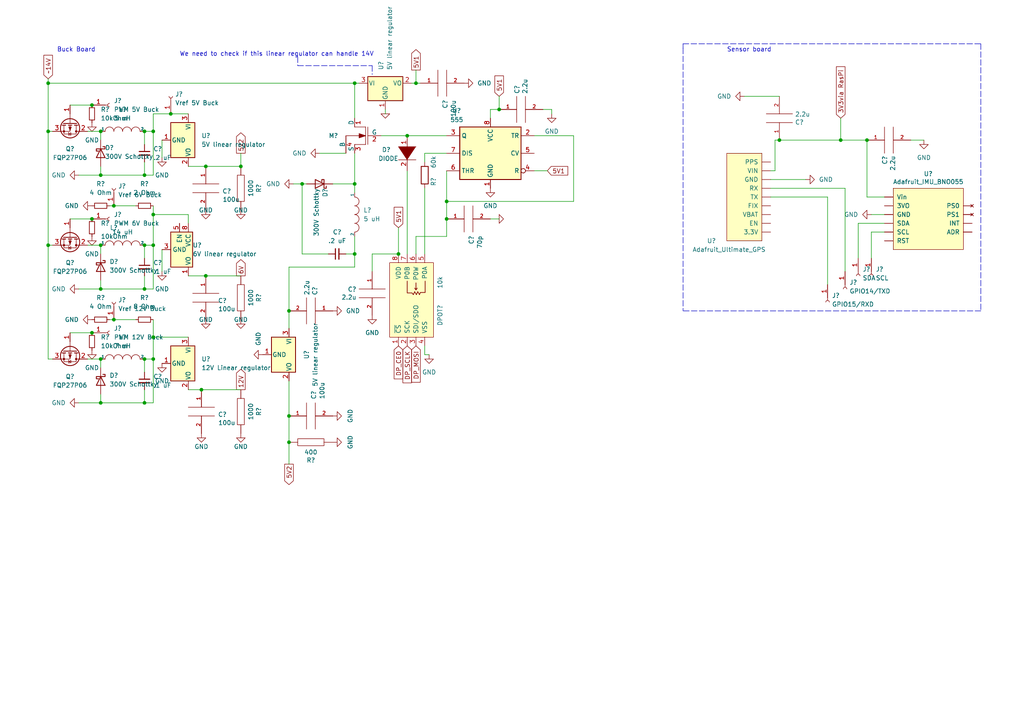
<source format=kicad_sch>
(kicad_sch (version 20211123) (generator eeschema)
  (paper "A4")
  (lib_symbols
    (symbol "Connector:Conn_01x01_Female" (pin_names (offset 1.016) hide)
      (property "Reference" "J" (at 0 2.54 0))
      (property "Value" "Conn_01x01_Female" (at 0 -2.54 0))
      (symbol "Conn_01x01_Female_1_1"
        (polyline (pts (xy -1.27 0) (xy -0.508 0)) (stroke (width 0.1524)))
        (arc (start 0 0.508) (mid -0.508 0) (end 0 -0.508) (stroke (width 0.1524)))
        (pin passive line (at -5.08 0 0) (length 3.81) (name "Pin_1") (number "1"))
      )
    )
    (symbol "Device:C_Small" (pin_numbers hide) (pin_names (offset 0.254) hide)
      (property "Reference" "C" (at 0.254 1.778 0))
      (property "Value" "C_Small" (at 0.254 -2.032 0))
      (symbol "C_Small_0_1"
        (polyline (pts (xy -1.524 -0.508) (xy 1.524 -0.508)) (stroke (width 0.3302)))
        (polyline (pts (xy -1.524 0.508) (xy 1.524 0.508)) (stroke (width 0.3048)))
      )
      (symbol "C_Small_1_1"
        (pin passive line (at 0 2.54 270) (length 2.032) (name "~") (number "1"))
        (pin passive line (at 0 -2.54 90) (length 2.032) (name "~") (number "2"))
      )
    )
    (symbol "Device:D_Schottky" (pin_numbers hide) (pin_names (offset 1.016) hide)
      (property "Reference" "D" (at 0 2.54 0))
      (property "Value" "D_Schottky" (at 0 -2.54 0))
      (symbol "D_Schottky_0_1"
        (polyline (pts (xy 1.27 0) (xy -1.27 0)))
        (polyline (pts (xy 1.27 1.27) (xy 1.27 -1.27) (xy -1.27 0) (xy 1.27 1.27)) (stroke (width 0.254)))
        (polyline (pts (xy -1.905 0.635) (xy -1.905 1.27) (xy -1.27 1.27) (xy -1.27 -1.27) (xy -0.635 -1.27) (xy -0.635 -0.635)) (stroke (width 0.254)))
      )
      (symbol "D_Schottky_1_1"
        (pin passive line (at -3.81 0 0) (length 2.54) (name "K") (number "1"))
        (pin passive line (at 3.81 0 180) (length 2.54) (name "A") (number "2"))
      )
    )
    (symbol "Device:R" (pin_numbers hide) (pin_names (offset 0))
      (property "Reference" "R" (at 2.032 0 90))
      (property "Value" "R" (at 0 0 90))
      (symbol "R_0_1"
        (rectangle (start -1.016 -2.54) (end 1.016 2.54) (stroke (width 0.254)))
      )
      (symbol "R_1_1"
        (pin passive line (at 0 3.81 270) (length 1.27) (name "~") (number "1"))
        (pin passive line (at 0 -3.81 90) (length 1.27) (name "~") (number "2"))
      )
    )
    (symbol "Device:R_Small" (pin_numbers hide) (pin_names (offset 0.254) hide)
      (property "Reference" "R" (at 0.762 0.508 0))
      (property "Value" "R_Small" (at 0.762 -1.016 0))
      (symbol "R_Small_0_1"
        (rectangle (start -0.762 1.778) (end 0.762 -1.778) (stroke (width 0.2032)))
      )
      (symbol "R_Small_1_1"
        (pin passive line (at 0 2.54 270) (length 0.762) (name "~") (number "1"))
        (pin passive line (at 0 -2.54 90) (length 0.762) (name "~") (number "2"))
      )
    )
    (symbol "Drone-Circuit-rescue:Adafruit_IMU_BNO055-Project_Library" (pin_names (offset 1.016))
      (property "Reference" "U" (at -10.16 10.16 0))
      (property "Value" "Adafruit_IMU_BNO055-Project_Library" (at 0 -11.43 0))
      (symbol "Adafruit_IMU_BNO055-Project_Library_0_1"
        (rectangle (start -10.16 8.89) (end 10.16 -8.89) (fill (type background)))
      )
      (symbol "Adafruit_IMU_BNO055-Project_Library_1_1"
        (pin power_out line (at -12.7 3.81 0) (length 2.54) (name "3VO") (number "~"))
        (pin input line (at 12.7 -3.81 180) (length 2.54) (name "ADR") (number "~"))
        (pin power_in line (at -12.7 1.27 0) (length 2.54) (name "GND") (number "~"))
        (pin output line (at 12.7 -1.27 180) (length 2.54) (name "INT") (number "~"))
        (pin no_connect line (at 12.7 3.81 180) (length 2.54) (name "PS0") (number "~"))
        (pin no_connect line (at 12.7 1.27 180) (length 2.54) (name "PS1") (number "~"))
        (pin unspecified line (at -12.7 -6.35 0) (length 2.54) (name "RST") (number "~"))
        (pin unspecified line (at -12.7 -3.81 0) (length 2.54) (name "SCL") (number "~"))
        (pin unspecified line (at -12.7 -1.27 0) (length 2.54) (name "SDA") (number "~"))
        (pin power_in line (at -12.7 6.35 0) (length 2.54) (name "Vin") (number "~"))
      )
    )
    (symbol "Drone-Circuit-rescue:Adafruit_Ultimate_GPS-Project_Library" (pin_names (offset 1.016))
      (property "Reference" "U" (at -5.08 13.97 0))
      (property "Value" "Adafruit_Ultimate_GPS-Project_Library" (at 0 -15.24 0))
      (symbol "Adafruit_Ultimate_GPS-Project_Library_0_1"
        (rectangle (start -5.08 12.7) (end 5.08 -12.7) (fill (type background)))
      )
      (symbol "Adafruit_Ultimate_GPS-Project_Library_1_1"
        (pin power_out line (at -7.62 10.16 0) (length 2.54) (name "3.3V") (number "~"))
        (pin unspecified line (at -7.62 7.62 0) (length 2.54) (name "EN") (number "~"))
        (pin output line (at -7.62 2.54 0) (length 2.54) (name "FIX") (number "~"))
        (pin power_in line (at -7.62 -5.08 0) (length 2.54) (name "GND") (number "~"))
        (pin output line (at -7.62 -10.16 0) (length 2.54) (name "PPS") (number "~"))
        (pin input line (at -7.62 -2.54 0) (length 2.54) (name "RX") (number "~"))
        (pin output line (at -7.62 0 0) (length 2.54) (name "TX") (number "~"))
        (pin power_in line (at -7.62 5.08 0) (length 2.54) (name "VBAT") (number "~"))
        (pin power_in line (at -7.62 -7.62 0) (length 2.54) (name "VIN") (number "~"))
      )
    )
    (symbol "Drone-Circuit-rescue:Digital_Pot-Project_Library" (pin_names (offset 1.016))
      (property "Reference" "DPOT" (at 0 7.62 0))
      (property "Value" "Digital_Pot-Project_Library" (at 0 -7.62 0))
      (symbol "Digital_Pot-Project_Library_0_1"
        (rectangle (start -5.08 6.35) (end 16.51 -6.35) (stroke (width 0.1524)) (fill (type background)))
        (polyline (pts (xy 8.636 -1.27) (xy 9.144 -1.651)) (stroke (width 0.2032)))
        (polyline (pts (xy 10.668 -1.27) (xy 8.636 -1.27) (xy 9.144 -0.889)) (stroke (width 0.2032)))
        (polyline (pts (xy 11.176 1.27) (xy 7.747 1.27) (xy 7.747 -0.127) (xy 7.239 -0.508) (xy 8.128 -0.889) (xy 7.239 -1.397) (xy 8.128 -1.778) (xy 7.239 -2.286) (xy 7.874 -2.54) (xy 7.874 -3.937) (xy 11.176 -3.937)) (stroke (width 0.2032)))
      )
      (symbol "Digital_Pot-Project_Library_1_1"
        (pin input line (at -7.62 3.81 0) (length 2.54) (name "~{CS}") (number "1"))
        (pin input line (at -7.62 1.27 0) (length 2.54) (name "SCK") (number "2"))
        (pin input line (at -7.62 -1.27 0) (length 2.54) (name "SDI/SDO") (number "3"))
        (pin power_in line (at -7.62 -3.81 0) (length 2.54) (name "VSS") (number "4"))
        (pin passive line (at 19.05 -3.81 180) (length 2.54) (name "P0A") (number "5"))
        (pin passive line (at 19.05 -1.27 180) (length 2.54) (name "P0W") (number "6"))
        (pin passive line (at 19.05 1.27 180) (length 2.54) (name "P0B") (number "7"))
        (pin power_in line (at 19.05 3.81 180) (length 2.54) (name "VDD") (number "8"))
      )
    )
    (symbol "Regulator_Linear:AMS1117-5.0" (pin_names (offset 0.254))
      (property "Reference" "U" (at -3.81 3.175 0))
      (property "Value" "AMS1117-5.0" (at 0 3.175 0))
      (symbol "AMS1117-5.0_0_1"
        (rectangle (start -5.08 -5.08) (end 5.08 1.905) (stroke (width 0.254)) (fill (type background)))
      )
      (symbol "AMS1117-5.0_1_1"
        (pin power_in line (at 0 -7.62 90) (length 2.54) (name "GND") (number "1"))
        (pin power_out line (at 7.62 0 180) (length 2.54) (name "VO") (number "2"))
        (pin power_in line (at -7.62 0 0) (length 2.54) (name "VI") (number "3"))
      )
    )
    (symbol "Regulator_Linear:AZ1084-1.2" (pin_names (offset 0.254))
      (property "Reference" "U" (at -3.81 3.175 0))
      (property "Value" "AZ1084-1.2" (at 0 3.175 0))
      (symbol "AZ1084-1.2_0_1"
        (rectangle (start -5.08 1.905) (end 5.08 -5.08) (stroke (width 0.254)) (fill (type background)))
      )
      (symbol "AZ1084-1.2_1_1"
        (pin power_in line (at 0 -7.62 90) (length 2.54) (name "GND") (number "1"))
        (pin power_out line (at 7.62 0 180) (length 2.54) (name "VO") (number "2"))
        (pin power_in line (at -7.62 0 0) (length 2.54) (name "VI") (number "3"))
      )
    )
    (symbol "Regulator_Linear:BD60FC0WEFJ"
      (property "Reference" "U" (at 0 7.62 0))
      (property "Value" "BD60FC0WEFJ" (at 0 5.08 0))
      (symbol "BD60FC0WEFJ_1_1"
        (rectangle (start -5.08 -5.08) (end 5.08 1.27) (stroke (width 0.254)) (fill (type background)))
        (pin power_out line (at 7.62 0 180) (length 2.54) (name "VO") (number "1"))
        (pin no_connect line (at 5.08 -2.54 180) (length 2.54) hide (name "NC") (number "2"))
        (pin power_in line (at 0 -7.62 90) (length 2.54) (name "GND") (number "3"))
        (pin no_connect line (at -3.81 -5.08 90) (length 2.54) hide (name "NC") (number "4"))
        (pin input line (at -7.62 -2.54 0) (length 2.54) (name "EN") (number "5"))
        (pin no_connect line (at -2.54 -5.08 90) (length 2.54) hide (name "NC") (number "6"))
        (pin no_connect line (at -1.27 -5.08 90) (length 2.54) hide (name "NC") (number "7"))
        (pin power_in line (at -7.62 0 0) (length 2.54) (name "VCC") (number "8"))
        (pin passive line (at 0 -7.62 90) (length 2.54) hide (name "GND") (number "9"))
      )
    )
    (symbol "Timer:LM555xM"
      (property "Reference" "U" (at -10.16 8.89 0))
      (property "Value" "LM555xM" (at 2.54 8.89 0))
      (symbol "LM555xM_0_0"
        (pin power_in line (at 0 -10.16 90) (length 2.54) (name "GND") (number "1"))
        (pin power_in line (at 0 10.16 270) (length 2.54) (name "VCC") (number "8"))
      )
      (symbol "LM555xM_0_1"
        (rectangle (start -8.89 -7.62) (end 8.89 7.62) (stroke (width 0.254)) (fill (type background)))
        (rectangle (start -8.89 -7.62) (end 8.89 7.62) (stroke (width 0.254)) (fill (type background)))
      )
      (symbol "LM555xM_1_1"
        (pin input line (at -12.7 5.08 0) (length 3.81) (name "TR") (number "2"))
        (pin output line (at 12.7 5.08 180) (length 3.81) (name "Q") (number "3"))
        (pin input inverted (at -12.7 -5.08 0) (length 3.81) (name "R") (number "4"))
        (pin input line (at -12.7 0 0) (length 3.81) (name "CV") (number "5"))
        (pin input line (at 12.7 -5.08 180) (length 3.81) (name "THR") (number "6"))
        (pin input line (at 12.7 0 180) (length 3.81) (name "DIS") (number "7"))
      )
    )
    (symbol "Transistor_FET:FQP27P06" (pin_names hide)
      (property "Reference" "Q" (at 5.08 1.905 0))
      (property "Value" "FQP27P06" (at 5.08 0 0))
      (symbol "FQP27P06_0_1"
        (polyline (pts (xy 0.254 0) (xy -2.54 0)))
        (polyline (pts (xy 0.254 1.905) (xy 0.254 -1.905)) (stroke (width 0.254)))
        (polyline (pts (xy 0.762 -1.27) (xy 0.762 -2.286)) (stroke (width 0.254)))
        (polyline (pts (xy 0.762 0.508) (xy 0.762 -0.508)) (stroke (width 0.254)))
        (polyline (pts (xy 0.762 2.286) (xy 0.762 1.27)) (stroke (width 0.254)))
        (polyline (pts (xy 2.54 2.54) (xy 2.54 1.778)))
        (polyline (pts (xy 2.54 -2.54) (xy 2.54 0) (xy 0.762 0)))
        (polyline (pts (xy 0.762 1.778) (xy 3.302 1.778) (xy 3.302 -1.778) (xy 0.762 -1.778)))
        (polyline (pts (xy 2.286 0) (xy 1.27 0.381) (xy 1.27 -0.381) (xy 2.286 0)) (fill (type outline)))
        (polyline (pts (xy 2.794 -0.508) (xy 2.921 -0.381) (xy 3.683 -0.381) (xy 3.81 -0.254)))
        (polyline (pts (xy 3.302 -0.381) (xy 2.921 0.254) (xy 3.683 0.254) (xy 3.302 -0.381)))
        (circle (center 1.651 0) (radius 2.794) (stroke (width 0.254)))
        (circle (center 2.54 -1.778) (radius 0.254) (fill (type outline)))
        (circle (center 2.54 1.778) (radius 0.254) (fill (type outline)))
      )
      (symbol "FQP27P06_1_1"
        (pin input line (at -5.08 0 0) (length 2.54) (name "G") (number "1"))
        (pin passive line (at 2.54 5.08 270) (length 2.54) (name "D") (number "2"))
        (pin passive line (at 2.54 -5.08 90) (length 2.54) (name "S") (number "3"))
      )
    )
    (symbol "power:GND" (power) (pin_names (offset 0))
      (property "Value" "GND" (at 0 -3.81 0))
      (symbol "GND_0_1"
        (polyline (pts (xy 0 0) (xy 0 -1.27) (xy 1.27 -1.27) (xy 0 -2.54) (xy -1.27 -1.27) (xy 0 -1.27)))
      )
      (symbol "GND_1_1"
        (pin power_in line (at 0 0 270) (length 0) hide (name "GND") (number "1"))
      )
    )
    (symbol "pspice:0" (power) (pin_names (offset 0))
      (property "Value" "0" (at 0 -1.778 0))
      (symbol "0_0_1"
        (polyline (pts (xy -1.27 0) (xy 0 -1.27) (xy 1.27 0) (xy -1.27 0)))
      )
      (symbol "0_1_1"
        (pin power_in line (at 0 0 0) (length 0) hide (name "0") (number "1"))
      )
    )
    (symbol "pspice:CAP" (pin_names (offset 0.254))
      (property "Reference" "C" (at 2.54 3.81 90))
      (property "Value" "CAP" (at 2.54 -3.81 90))
      (symbol "CAP_0_1"
        (polyline (pts (xy -3.81 -1.27) (xy 3.81 -1.27)))
        (polyline (pts (xy -3.81 1.27) (xy 3.81 1.27)))
      )
      (symbol "CAP_1_1"
        (pin passive line (at 0 6.35 270) (length 5.08) (name "~") (number "1"))
        (pin passive line (at 0 -6.35 90) (length 5.08) (name "~") (number "2"))
      )
    )
    (symbol "pspice:DIODE" (pin_names (offset 1.016) hide)
      (property "Reference" "D" (at 0 3.81 0))
      (property "Value" "DIODE" (at 0 -4.445 0))
      (symbol "DIODE_0_1"
        (polyline (pts (xy 1.905 2.54) (xy 1.905 -2.54)))
        (polyline (pts (xy -1.905 2.54) (xy -1.905 -2.54) (xy 1.905 0)) (fill (type outline)))
      )
      (symbol "DIODE_1_1"
        (pin input line (at -5.08 0 0) (length 3.81) (name "K") (number "1"))
        (pin input line (at 5.08 0 180) (length 3.81) (name "A") (number "2"))
      )
    )
    (symbol "pspice:INDUCTOR" (pin_numbers hide) (pin_names (offset 0))
      (property "Reference" "L" (at 0 2.54 0))
      (property "Value" "INDUCTOR" (at 0 -1.27 0))
      (symbol "INDUCTOR_0_1"
        (arc (start -2.54 0) (mid -3.81 1.27) (end -5.08 0))
        (arc (start 0 0) (mid -1.27 1.27) (end -2.54 0))
        (arc (start 2.54 0) (mid 1.27 1.27) (end 0 0))
        (arc (start 5.08 0) (mid 3.81 1.27) (end 2.54 0))
      )
      (symbol "INDUCTOR_1_1"
        (pin input line (at -6.35 0 0) (length 1.27) (name "1") (number "1"))
        (pin input line (at 6.35 0 180) (length 1.27) (name "2") (number "2"))
      )
    )
    (symbol "pspice:MNMOS" (pin_names (offset 0))
      (property "Reference" "M" (at 7.62 1.27 0))
      (property "Value" "MNMOS" (at 7.62 -1.27 0))
      (symbol "MNMOS_0_1"
        (polyline (pts (xy -1.27 -2.54) (xy -1.27 2.54)))
        (polyline (pts (xy -0.635 -2.54) (xy 2.54 -2.54)))
        (polyline (pts (xy 2.54 2.54) (xy -0.635 2.54)))
        (polyline (pts (xy 5.08 0) (xy -0.635 0)))
        (polyline (pts (xy -0.635 0) (xy 1.27 0.635) (xy 1.27 -0.635) (xy -0.635 0)) (fill (type outline)))
      )
      (symbol "MNMOS_1_1"
        (polyline (pts (xy -0.635 -2.54) (xy -0.635 2.54)))
        (pin passive line (at 2.54 5.08 270) (length 2.54) (name "D") (number "1"))
        (pin input line (at -5.08 0 0) (length 3.81) (name "G") (number "2"))
        (pin passive line (at 2.54 -5.08 90) (length 2.54) (name "S") (number "3"))
        (pin input line (at 5.08 -5.08 90) (length 5.08) (name "B") (number "4"))
      )
    )
    (symbol "pspice:R" (pin_numbers hide) (pin_names (offset 0))
      (property "Reference" "R" (at 2.032 0 90))
      (property "Value" "R" (at 0 0 90))
      (symbol "R_0_1"
        (rectangle (start -1.016 3.81) (end 1.016 -3.81))
      )
      (symbol "R_1_1"
        (pin passive line (at 0 6.35 270) (length 2.54) (name "~") (number "1"))
        (pin passive line (at 0 -6.35 90) (length 2.54) (name "~") (number "2"))
      )
    )
  )
  (junction (at 226.06 40.64))
  (junction (at 58.42 113.03))
  (junction (at 13.97 71.12))
  (junction (at 44.45 97.79))
  (junction (at 83.82 128.27))
  (junction (at 129.54 58.42))
  (junction (at 29.21 83.82))
  (junction (at 29.21 50.8))
  (junction (at 41.91 83.82))
  (junction (at 83.82 90.17))
  (junction (at 102.87 73.66))
  (junction (at 26.67 30.48))
  (junction (at 87.63 53.34))
  (junction (at 129.54 63.5))
  (junction (at 41.91 71.12))
  (junction (at 120.65 24.13))
  (junction (at 83.82 120.65))
  (junction (at 41.91 116.84))
  (junction (at 26.67 96.52))
  (junction (at 44.45 38.1))
  (junction (at 115.57 73.66))
  (junction (at 33.02 92.71))
  (junction (at 144.78 31.75))
  (junction (at 251.46 40.64))
  (junction (at 26.67 63.5))
  (junction (at 49.53 33.02))
  (junction (at 243.84 40.64))
  (junction (at 29.21 38.1))
  (junction (at 33.02 59.69))
  (junction (at 59.69 80.01))
  (junction (at 102.87 24.13))
  (junction (at 41.91 50.8))
  (junction (at 41.91 104.14))
  (junction (at 44.45 104.14))
  (junction (at 29.21 104.14))
  (junction (at 29.21 71.12))
  (junction (at 29.21 116.84))
  (junction (at 118.11 39.37))
  (junction (at 13.97 38.1))
  (junction (at 44.45 71.12))
  (junction (at 69.85 48.26))
  (junction (at 44.45 62.23))
  (junction (at 13.97 24.13))
  (junction (at 59.69 48.26))
  (junction (at 41.91 38.1))
  (junction (at 102.87 53.34))
  (wire (pts (xy 102.87 68.58) (xy 102.87 73.66)))
  (wire (pts (xy 59.69 80.01) (xy 69.85 80.01)))
  (wire (pts (xy 256.54 67.31) (xy 252.73 67.31)))
  (wire (pts (xy 144.78 31.75) (xy 142.24 31.75)))
  (wire (pts (xy 245.11 54.61) (xy 245.11 78.74)))
  (wire (pts (xy 85.09 53.34) (xy 87.63 53.34)))
  (wire (pts (xy 29.21 48.26) (xy 29.21 50.8)))
  (wire (pts (xy 13.97 24.13) (xy 13.97 38.1)))
  (wire (pts (xy 240.03 57.15) (xy 240.03 82.55)))
  (wire (pts (xy 29.21 50.8) (xy 41.91 50.8)))
  (wire (pts (xy 224.79 49.53) (xy 223.52 49.53)))
  (wire (pts (xy 83.82 134.62) (xy 83.82 128.27)))
  (wire (pts (xy 44.45 71.12) (xy 44.45 83.82)))
  (wire (pts (xy 92.71 44.45) (xy 100.33 44.45)))
  (wire (pts (xy 119.38 24.13) (xy 120.65 24.13)))
  (wire (pts (xy 29.21 81.28) (xy 29.21 83.82)))
  (wire (pts (xy 248.92 64.77) (xy 248.92 74.93)))
  (wire (pts (xy 33.02 59.69) (xy 39.37 59.69)))
  (wire (pts (xy 44.45 62.23) (xy 44.45 59.69)))
  (wire (pts (xy 142.24 31.75) (xy 142.24 34.29)))
  (wire (pts (xy 41.91 71.12) (xy 41.91 74.93)))
  (wire (pts (xy 26.67 96.52) (xy 20.32 96.52)))
  (wire (pts (xy 83.82 77.47) (xy 102.87 77.47)))
  (wire (pts (xy 166.37 58.42) (xy 129.54 58.42)))
  (wire (pts (xy 44.45 97.79) (xy 44.45 92.71)))
  (wire (pts (xy 223.52 57.15) (xy 240.03 57.15)))
  (wire (pts (xy 33.02 92.71) (xy 39.37 92.71)))
  (wire (pts (xy 41.91 38.1) (xy 44.45 38.1)))
  (wire (pts (xy 102.87 24.13) (xy 104.14 24.13)))
  (wire (pts (xy 44.45 38.1) (xy 44.45 33.02)))
  (wire (pts (xy 83.82 120.65) (xy 83.82 110.49)))
  (wire (pts (xy 129.54 58.42) (xy 129.54 63.5)))
  (wire (pts (xy 44.45 97.79) (xy 54.61 97.79)))
  (polyline (pts (xy 284.48 90.17) (xy 198.12 90.17)))
  (wire (pts (xy 83.82 90.17) (xy 83.82 95.25)))
  (wire (pts (xy 41.91 83.82) (xy 41.91 80.01)))
  (wire (pts (xy 129.54 49.53) (xy 129.54 58.42)))
  (wire (pts (xy 110.49 39.37) (xy 118.11 39.37)))
  (wire (pts (xy 87.63 53.34) (xy 87.63 73.66)))
  (wire (pts (xy 44.45 50.8) (xy 41.91 50.8)))
  (polyline (pts (xy 107.95 19.05) (xy 107.95 21.59)))
  (wire (pts (xy 29.21 104.14) (xy 29.21 106.68)))
  (wire (pts (xy 120.65 68.58) (xy 120.65 73.66)))
  (wire (pts (xy 87.63 73.66) (xy 95.25 73.66)))
  (wire (pts (xy 120.65 24.13) (xy 121.92 24.13)))
  (wire (pts (xy 129.54 63.5) (xy 129.54 68.58)))
  (wire (pts (xy 41.91 104.14) (xy 41.91 107.95)))
  (wire (pts (xy 54.61 113.03) (xy 58.42 113.03)))
  (wire (pts (xy 46.99 78.74) (xy 46.99 72.39)))
  (wire (pts (xy 20.32 30.48) (xy 26.67 30.48)))
  (wire (pts (xy 154.94 39.37) (xy 166.37 39.37)))
  (wire (pts (xy 118.11 39.37) (xy 129.54 39.37)))
  (wire (pts (xy 115.57 73.66) (xy 107.95 73.66)))
  (wire (pts (xy 243.84 34.29) (xy 243.84 40.64)))
  (wire (pts (xy 25.4 71.12) (xy 29.21 71.12)))
  (wire (pts (xy 226.06 40.64) (xy 243.84 40.64)))
  (wire (pts (xy 46.99 40.64) (xy 46.99 45.72)))
  (polyline (pts (xy 86.36 19.05) (xy 107.95 19.05)))
  (wire (pts (xy 233.68 52.07) (xy 223.52 52.07)))
  (wire (pts (xy 96.52 53.34) (xy 102.87 53.34)))
  (wire (pts (xy 226.06 40.64) (xy 224.79 40.64)))
  (wire (pts (xy 243.84 40.64) (xy 251.46 40.64)))
  (wire (pts (xy 256.54 64.77) (xy 248.92 64.77)))
  (wire (pts (xy 22.86 50.8) (xy 29.21 50.8)))
  (wire (pts (xy 13.97 22.86) (xy 13.97 24.13)))
  (wire (pts (xy 123.19 73.66) (xy 123.19 54.61)))
  (wire (pts (xy 13.97 38.1) (xy 13.97 71.12)))
  (wire (pts (xy 49.53 33.02) (xy 54.61 33.02)))
  (wire (pts (xy 107.95 73.66) (xy 107.95 78.74)))
  (wire (pts (xy 102.87 53.34) (xy 102.87 55.88)))
  (wire (pts (xy 44.45 62.23) (xy 44.45 71.12)))
  (wire (pts (xy 102.87 73.66) (xy 102.87 77.47)))
  (wire (pts (xy 25.4 38.1) (xy 29.21 38.1)))
  (wire (pts (xy 44.45 33.02) (xy 49.53 33.02)))
  (wire (pts (xy 29.21 38.1) (xy 29.21 40.64)))
  (wire (pts (xy 29.21 71.12) (xy 29.21 73.66)))
  (polyline (pts (xy 198.12 13.97) (xy 198.12 90.17)))
  (wire (pts (xy 13.97 104.14) (xy 15.24 104.14)))
  (wire (pts (xy 41.91 104.14) (xy 44.45 104.14)))
  (wire (pts (xy 251.46 40.64) (xy 251.46 57.15)))
  (wire (pts (xy 111.76 33.02) (xy 111.76 31.75)))
  (wire (pts (xy 58.42 113.03) (xy 69.85 113.03)))
  (polyline (pts (xy 198.12 13.97) (xy 198.12 12.7)))
  (wire (pts (xy 154.94 49.53) (xy 158.75 49.53)))
  (wire (pts (xy 44.45 104.14) (xy 44.45 116.84)))
  (wire (pts (xy 13.97 38.1) (xy 15.24 38.1)))
  (wire (pts (xy 144.78 27.94) (xy 144.78 31.75)))
  (wire (pts (xy 54.61 80.01) (xy 59.69 80.01)))
  (wire (pts (xy 29.21 114.3) (xy 29.21 116.84)))
  (wire (pts (xy 120.65 20.32) (xy 120.65 24.13)))
  (wire (pts (xy 26.67 63.5) (xy 20.32 63.5)))
  (wire (pts (xy 44.45 104.14) (xy 44.45 97.79)))
  (wire (pts (xy 31.75 92.71) (xy 33.02 92.71)))
  (wire (pts (xy 264.16 40.64) (xy 267.97 40.64)))
  (wire (pts (xy 83.82 128.27) (xy 83.82 120.65)))
  (wire (pts (xy 252.73 62.23) (xy 256.54 62.23)))
  (wire (pts (xy 88.9 53.34) (xy 87.63 53.34)))
  (wire (pts (xy 69.85 48.26) (xy 69.85 44.45)))
  (wire (pts (xy 13.97 71.12) (xy 15.24 71.12)))
  (wire (pts (xy 102.87 73.66) (xy 100.33 73.66)))
  (wire (pts (xy 29.21 83.82) (xy 41.91 83.82)))
  (wire (pts (xy 29.21 116.84) (xy 41.91 116.84)))
  (wire (pts (xy 41.91 71.12) (xy 44.45 71.12)))
  (wire (pts (xy 251.46 57.15) (xy 256.54 57.15)))
  (wire (pts (xy 13.97 71.12) (xy 13.97 104.14)))
  (wire (pts (xy 129.54 44.45) (xy 123.19 44.45)))
  (polyline (pts (xy 86.36 16.51) (xy 86.36 19.05)))
  (wire (pts (xy 118.11 49.53) (xy 118.11 73.66)))
  (wire (pts (xy 41.91 46.99) (xy 41.91 50.8)))
  (polyline (pts (xy 284.48 12.7) (xy 284.48 90.17)))
  (wire (pts (xy 252.73 67.31) (xy 252.73 74.93)))
  (wire (pts (xy 115.57 66.04) (xy 115.57 73.66)))
  (wire (pts (xy 215.9 27.94) (xy 226.06 27.94)))
  (wire (pts (xy 129.54 68.58) (xy 120.65 68.58)))
  (wire (pts (xy 41.91 83.82) (xy 44.45 83.82)))
  (wire (pts (xy 142.24 63.5) (xy 144.78 63.5)))
  (wire (pts (xy 59.69 48.26) (xy 69.85 48.26)))
  (wire (pts (xy 123.19 102.87) (xy 124.46 102.87)))
  (wire (pts (xy 223.52 54.61) (xy 245.11 54.61)))
  (wire (pts (xy 102.87 24.13) (xy 102.87 34.29)))
  (wire (pts (xy 160.02 31.75) (xy 160.02 33.02)))
  (wire (pts (xy 44.45 116.84) (xy 41.91 116.84)))
  (wire (pts (xy 13.97 24.13) (xy 102.87 24.13)))
  (wire (pts (xy 102.87 44.45) (xy 102.87 53.34)))
  (wire (pts (xy 166.37 39.37) (xy 166.37 58.42)))
  (polyline (pts (xy 198.12 12.7) (xy 284.48 12.7)))
  (wire (pts (xy 157.48 31.75) (xy 160.02 31.75)))
  (wire (pts (xy 41.91 38.1) (xy 41.91 41.91)))
  (wire (pts (xy 54.61 64.77) (xy 54.61 62.23)))
  (wire (pts (xy 83.82 77.47) (xy 83.82 90.17)))
  (wire (pts (xy 44.45 38.1) (xy 44.45 50.8)))
  (wire (pts (xy 29.21 104.14) (xy 25.4 104.14)))
  (wire (pts (xy 44.45 62.23) (xy 54.61 62.23)))
  (wire (pts (xy 123.19 44.45) (xy 123.19 46.99)))
  (wire (pts (xy 22.86 116.84) (xy 29.21 116.84)))
  (wire (pts (xy 224.79 40.64) (xy 224.79 49.53)))
  (wire (pts (xy 31.75 59.69) (xy 33.02 59.69)))
  (wire (pts (xy 123.19 100.33) (xy 123.19 102.87)))
  (wire (pts (xy 22.86 83.82) (xy 29.21 83.82)))
  (wire (pts (xy 41.91 116.84) (xy 41.91 113.03)))
  (wire (pts (xy 54.61 48.26) (xy 59.69 48.26)))
  (text "Buck Board" (at 16.51 15.24 0) (effects (font (size 1.27 1.27)) (justify left bottom)))
  (text "We need to check if this linear regulator can handle 14V" (at 52.07 16.51 0) (effects (font (size 1.27 1.27)) (justify left bottom)))
  (text "Sensor board" (at 210.82 15.24 0) (effects (font (size 1.27 1.27)) (justify left bottom)))
  (global_label "DP_MOSI" (shape input) (at 120.65 100.33 270) (property "Intersheet References" "${INTERSHEET_REFS}" (effects hide)))
  (global_label "5V1" (shape output) (at 120.65 20.32 90) (property "Intersheet References" "${INTERSHEET_REFS}" (effects hide)))
  (global_label "5V2" (shape output) (at 83.82 134.62 270) (property "Intersheet References" "${INTERSHEET_REFS}" (effects hide)))
  (global_label "DP_SCLK" (shape input) (at 118.11 100.33 270) (property "Intersheet References" "${INTERSHEET_REFS}" (effects hide)))
  (global_label "5V1" (shape input) (at 115.57 66.04 90) (property "Intersheet References" "${INTERSHEET_REFS}" (effects hide)))
  (global_label "6V" (shape output) (at 69.85 80.01 90) (property "Intersheet References" "${INTERSHEET_REFS}" (effects hide)))
  (global_label "5V2" (shape output) (at 69.85 44.45 90) (property "Intersheet References" "${INTERSHEET_REFS}" (effects hide)))
  (global_label "5V1" (shape input) (at 144.78 27.94 90) (property "Intersheet References" "${INTERSHEET_REFS}" (effects hide)))
  (global_label "~14V" (shape input) (at 13.97 22.86 90) (property "Intersheet References" "${INTERSHEET_REFS}" (effects hide)))
  (global_label "5V1" (shape input) (at 158.75 49.53 0) (property "Intersheet References" "${INTERSHEET_REFS}" (effects hide)))
  (global_label "12V" (shape output) (at 69.85 113.03 90) (property "Intersheet References" "${INTERSHEET_REFS}" (effects hide)))
  (global_label "3V3via RasPi" (shape input) (at 243.84 34.29 90) (property "Intersheet References" "${INTERSHEET_REFS}" (effects hide)))
  (global_label "DP_CE0" (shape input) (at 115.57 100.33 270) (property "Intersheet References" "${INTERSHEET_REFS}" (effects hide)))
  (symbol (lib_id "Connector:Conn_01x01_Female") (at 245.11 83.82 270) (unit 1)
    (property "Reference" "J?" (at 246.38 81.9149 90) (effects (justify left)))
    (property "Value" "GPIO14/TXD" (at 246.38 84.4549 90) (effects (justify left)))
  )
  (symbol (lib_id "Device:D_Schottky") (at 29.21 77.47 270) (unit 1)
    (property "Reference" "D?" (at 31.75 75.8824 90) (effects (justify left)))
    (property "Value" "300V Schottky" (at 31.75 78.4224 90) (effects (justify left)))
  )
  (symbol (lib_id "power:GND") (at 22.86 83.82 270) (unit 1)
    (property "Reference" "#PWR?" (effects hide))
    (property "Value" "GND" (at 19.05 83.8199 90) (effects (justify right)))
  )
  (symbol (lib_id "pspice:DIODE") (at 118.11 44.45 270) (unit 1)
    (property "Reference" "D?" (at 110.744 43.434 90) (effects (justify left)))
    (property "Value" "DIODE" (at 109.728 45.974 90) (effects (justify left)))
  )
  (symbol (lib_id "Connector:Conn_01x01_Female") (at 49.53 27.94 90) (unit 1)
    (property "Reference" "J?" (at 50.8 27.3049 90) (effects (justify right)))
    (property "Value" "Vref 5V Buck" (at 50.8 29.8449 90) (effects (justify right)))
  )
  (symbol (lib_id "pspice:CAP") (at 59.69 86.36 0) (unit 1)
    (property "Reference" "C?" (at 63.2206 87.1982 0) (effects (justify left)))
    (property "Value" "100u" (at 63.2714 89.6112 0) (effects (justify left)))
    (property "Datasheet" "https://www.digikey.com/en/products/detail/panasonic-electronic-components/EEE-FK1C101SR/7666555" (effects hide))
  )
  (symbol (lib_id "pspice:0") (at 144.78 63.5 90) (mirror x) (unit 1)
    (property "Reference" "#GND?" (effects hide))
    (property "Value" "0" (effects hide))
  )
  (symbol (lib_id "power:GND") (at 59.69 92.71 0) (unit 1)
    (property "Reference" "#PWR?" (effects hide))
    (property "Value" "GND" (at 59.69 92.71 0))
  )
  (symbol (lib_id "Device:R_Small") (at 26.67 99.06 0) (unit 1)
    (property "Reference" "R?" (at 29.21 97.7899 0) (effects (justify left)))
    (property "Value" "10kOhm" (at 29.21 100.3299 0) (effects (justify left)))
  )
  (symbol (lib_id "power:GND") (at 46.99 45.72 0) (unit 1)
    (property "Reference" "#PWR?" (effects hide))
    (property "Value" "GND" (at 46.99 50.8 0))
  )
  (symbol (lib_id "Connector:Conn_01x01_Female") (at 31.75 30.48 0) (unit 1)
    (property "Reference" "J?" (at 33.02 29.2099 0) (effects (justify left)))
    (property "Value" "PWM 5V Buck" (at 33.02 31.7499 0) (effects (justify left)))
  )
  (symbol (lib_id "pspice:R") (at 69.85 119.38 180) (unit 1)
    (property "Reference" "R?" (at 75.057 119.38 90))
    (property "Value" "1000" (at 72.7456 119.38 90))
  )
  (symbol (lib_id "Device:D_Schottky") (at 29.21 110.49 270) (unit 1)
    (property "Reference" "D?" (at 31.75 108.9024 90) (effects (justify left)))
    (property "Value" "300V Schottky" (at 31.75 111.4424 90) (effects (justify left)))
  )
  (symbol (lib_id "power:GND") (at 96.52 90.17 90) (unit 1)
    (property "Reference" "#PWR?" (effects hide))
    (property "Value" "GND" (at 100.33 90.1699 90) (effects (justify right)))
  )
  (symbol (lib_id "pspice:CAP") (at 128.27 24.13 90) (mirror x) (unit 1)
    (property "Reference" "C?" (at 129.1082 28.9306 0) (effects (justify left)))
    (property "Value" "100u" (at 131.5212 28.9814 0) (effects (justify left)))
    (property "Datasheet" "https://www.digikey.com/en/products/detail/panasonic-electronic-components/EEE-FK1C101SR/7666555" (effects hide))
  )
  (symbol (lib_id "power:GND") (at 26.67 92.71 270) (unit 1)
    (property "Reference" "#PWR?" (effects hide))
    (property "Value" "GND" (at 22.86 92.7099 90) (effects (justify right)))
  )
  (symbol (lib_id "power:GND") (at 142.24 54.61 0) (unit 1)
    (property "Reference" "#PWR?" (effects hide))
    (property "Value" "GND" (at 142.24 59.69 0))
  )
  (symbol (lib_id "power:GND") (at 69.85 125.73 0) (unit 1)
    (property "Reference" "#PWR?" (effects hide))
    (property "Value" "GND" (at 69.85 129.54 0))
  )
  (symbol (lib_id "Regulator_Linear:AMS1117-5.0") (at 54.61 40.64 270) (unit 1)
    (property "Reference" "U?" (at 58.42 39.3699 90) (effects (justify left)))
    (property "Value" "5V linear regulator" (at 58.42 41.9099 90) (effects (justify left)))
    (property "Footprint" "Package_TO_SOT_SMD:SOT-223-3_TabPin2" (effects hide))
    (property "Datasheet" "http://www.advanced-monolithic.com/pdf/ds1117.pdf" (effects hide))
  )
  (symbol (lib_id "Device:R_Small") (at 29.21 92.71 90) (unit 1)
    (property "Reference" "R?" (at 29.21 86.36 90))
    (property "Value" "4 Ohm" (at 29.21 88.9 90))
  )
  (symbol (lib_id "Transistor_FET:FQP27P06") (at 20.32 68.58 270) (unit 1)
    (property "Reference" "Q?" (at 20.32 76.2 90))
    (property "Value" "FQP27P06" (at 20.32 78.74 90))
    (property "Footprint" "Package_TO_SOT_THT:TO-220-3_Vertical" (effects hide))
    (property "Datasheet" "https://www.onsemi.com/pub/Collateral/FQP27P06-D.PDF" (effects hide))
  )
  (symbol (lib_id "Connector:Conn_01x01_Female") (at 33.02 87.63 90) (unit 1)
    (property "Reference" "J?" (at 34.29 86.9949 90) (effects (justify right)))
    (property "Value" "Vref 12V Buck" (at 34.29 89.5349 90) (effects (justify right)))
  )
  (symbol (lib_id "pspice:CAP") (at 90.17 120.65 90) (unit 1)
    (property "Reference" "C?" (at 91.0082 115.8494 0) (effects (justify left)))
    (property "Value" "100u" (at 93.4212 115.7986 0) (effects (justify left)))
    (property "Datasheet" "https://www.digikey.com/en/products/detail/panasonic-electronic-components/EEE-FK1C101SR/7666555" (effects hide))
  )
  (symbol (lib_id "Device:R_Small") (at 26.67 66.04 0) (unit 1)
    (property "Reference" "R?" (at 29.21 64.7699 0) (effects (justify left)))
    (property "Value" "10kOhm" (at 29.21 68.58 0) (effects (justify left)))
  )
  (symbol (lib_id "power:GND") (at 96.52 120.65 90) (unit 1)
    (property "Reference" "#PWR?" (effects hide))
    (property "Value" "GND" (at 101.6 120.65 0))
  )
  (symbol (lib_id "power:GND") (at 26.67 59.69 270) (unit 1)
    (property "Reference" "#PWR?" (effects hide))
    (property "Value" "GND" (at 22.86 59.6899 90) (effects (justify right)))
  )
  (symbol (lib_id "pspice:0") (at 111.76 33.02 0) (mirror y) (unit 1)
    (property "Reference" "#GND?" (effects hide))
    (property "Value" "0" (effects hide))
  )
  (symbol (lib_id "pspice:R") (at 69.85 54.61 180) (unit 1)
    (property "Reference" "R?" (at 75.057 54.61 90))
    (property "Value" "1000" (at 72.7456 54.61 90))
  )
  (symbol (lib_id "pspice:CAP") (at 107.95 85.09 0) (mirror y) (unit 1)
    (property "Reference" "C?" (at 103.4288 83.9216 0) (effects (justify left)))
    (property "Value" "2.2u" (at 103.4288 86.233 0) (effects (justify left)))
    (property "Datasheet" "https://www.digikey.com/en/products/detail/samsung-electro-mechanics/CL31A225KB9LNNC/3890809" (effects hide))
  )
  (symbol (lib_id "power:GND") (at 22.86 50.8 270) (unit 1)
    (property "Reference" "#PWR?" (effects hide))
    (property "Value" "GND" (at 19.05 50.7999 90) (effects (justify right)))
  )
  (symbol (lib_id "power:GND") (at 267.97 40.64 0) (unit 1)
    (property "Reference" "#PWR?" (effects hide))
    (property "Value" "GND" (at 267.97 45.72 0))
  )
  (symbol (lib_id "pspice:INDUCTOR") (at 35.56 71.12 0) (unit 1)
    (property "Reference" "L?" (at 33.02 66.04 0))
    (property "Value" "14 uH" (at 35.56 67.31 0))
  )
  (symbol (lib_id "Device:D_Schottky") (at 29.21 44.45 270) (unit 1)
    (property "Reference" "D?" (at 30.48 42.8624 90) (effects (justify left)))
    (property "Value" "300V Schottky" (at 30.48 45.4024 90) (effects (justify left)))
  )
  (symbol (lib_id "power:GND") (at 92.71 44.45 270) (unit 1)
    (property "Reference" "#PWR?" (effects hide))
    (property "Value" "GND" (at 88.9 44.4499 90) (effects (justify right)))
  )
  (symbol (lib_id "power:GND") (at 85.09 53.34 270) (unit 1)
    (property "Reference" "#PWR?" (effects hide))
    (property "Value" "GND" (at 81.28 53.3399 90) (effects (justify right)))
  )
  (symbol (lib_id "power:GND") (at 46.99 105.41 0) (unit 1)
    (property "Reference" "#PWR?" (effects hide))
    (property "Value" "GND" (at 46.99 110.49 0))
  )
  (symbol (lib_id "power:GND") (at 107.95 91.44 0) (unit 1)
    (property "Reference" "#PWR?" (effects hide))
    (property "Value" "GND" (at 107.95 96.52 0))
  )
  (symbol (lib_id "power:GND") (at 26.67 101.6 0) (unit 1)
    (property "Reference" "#PWR?" (effects hide))
    (property "Value" "GND" (at 26.67 106.68 0))
  )
  (symbol (lib_id "Connector:Conn_01x01_Female") (at 31.75 96.52 0) (unit 1)
    (property "Reference" "J?" (at 33.02 95.2499 0) (effects (justify left)))
    (property "Value" "PWM 12V Buck" (at 33.02 97.7899 0) (effects (justify left)))
  )
  (symbol (lib_id "Drone-Circuit-rescue:Adafruit_IMU_BNO055-Project_Library") (at 269.24 63.5 0) (unit 1)
    (property "Reference" "U?" (at 269.24 50.419 0))
    (property "Value" "Adafruit_IMU_BNO055" (at 269.24 52.7304 0))
  )
  (symbol (lib_id "Device:R_Small") (at 29.21 59.69 90) (unit 1)
    (property "Reference" "R?" (at 29.21 53.34 90))
    (property "Value" "4 Ohm" (at 29.21 55.88 90))
  )
  (symbol (lib_id "power:GND") (at 252.73 62.23 270) (unit 1)
    (property "Reference" "#PWR?" (effects hide))
    (property "Value" "GND" (at 248.92 62.2299 90) (effects (justify right)))
  )
  (symbol (lib_id "Connector:Conn_01x01_Female") (at 240.03 87.63 270) (unit 1)
    (property "Reference" "J?" (at 241.3 85.7249 90) (effects (justify left)))
    (property "Value" "GPIO15/RXD" (at 241.3 88.2649 90) (effects (justify left)))
  )
  (symbol (lib_id "Device:R_Small") (at 41.91 59.69 90) (unit 1)
    (property "Reference" "R?" (at 41.91 53.34 90))
    (property "Value" "2 Ohm" (at 41.91 55.88 90))
  )
  (symbol (lib_id "power:GND") (at 124.46 102.87 0) (unit 1)
    (property "Reference" "#PWR?" (effects hide))
    (property "Value" "GND" (at 124.46 107.95 0))
  )
  (symbol (lib_id "pspice:INDUCTOR") (at 35.56 38.1 0) (unit 1)
    (property "Reference" "L?" (at 35.56 31.75 0))
    (property "Value" "5 uH" (at 35.56 34.29 0))
  )
  (symbol (lib_id "pspice:R") (at 69.85 86.36 180) (unit 1)
    (property "Reference" "R?" (at 75.057 86.36 90))
    (property "Value" "1000" (at 72.7456 86.36 90))
  )
  (symbol (lib_id "pspice:R") (at 90.17 128.27 90) (unit 1)
    (property "Reference" "R?" (at 90.17 133.477 90))
    (property "Value" "400" (at 90.17 131.1656 90))
  )
  (symbol (lib_id "pspice:MNMOS") (at 105.41 39.37 0) (mirror y) (unit 1)
    (property "Reference" "M?" (at 98.0948 39.37 0) (effects (justify left)))
    (property "Value" "NMOS" (effects hide))
    (property "Datasheet" "https://www.digikey.com/en/products/detail/on-semiconductor/NTD4808N-1G/1792949" (effects hide))
  )
  (symbol (lib_id "Regulator_Linear:AZ1084-1.2") (at 54.61 105.41 270) (unit 1)
    (property "Reference" "U?" (at 58.42 104.1399 90) (effects (justify left)))
    (property "Value" "12V Linear regulator" (at 58.42 106.6799 90) (effects (justify left)))
    (property "Datasheet" "https://www.diodes.com/assets/Datasheets/AZ1084.pdf" (effects hide))
  )
  (symbol (lib_id "Device:D_Schottky") (at 92.71 53.34 180) (unit 1)
    (property "Reference" "D?" (at 94.2976 54.61 90) (effects (justify left)))
    (property "Value" "300V Schottky" (at 91.7576 54.61 90) (effects (justify left)))
  )
  (symbol (lib_id "Device:C_Small") (at 41.91 44.45 0) (unit 1)
    (property "Reference" "C?" (at 44.45 43.1862 0) (effects (justify left)))
    (property "Value" ".2 uF" (at 44.45 45.7262 0) (effects (justify left)))
  )
  (symbol (lib_id "Drone-Circuit-rescue:Adafruit_Ultimate_GPS-Project_Library") (at 215.9 57.15 180) (unit 1)
    (property "Reference" "U?" (at 206.375 69.85 0))
    (property "Value" "Adafruit_Ultimate_GPS" (at 211.455 72.39 0))
  )
  (symbol (lib_id "Drone-Circuit-rescue:Digital_Pot-Project_Library") (at 119.38 92.71 90) (unit 1)
    (property "Reference" "DPOT?" (at 127.635 91.44 0))
    (property "Value" "10k" (at 127.635 81.915 0))
    (property "Datasheet" "https://www.digikey.com/en/products/detail/MCP4161-103E%2fP/MCP4161-103E%2fP-ND/1874158?itemSeq=351720945" (effects hide))
  )
  (symbol (lib_id "Regulator_Linear:BD60FC0WEFJ") (at 54.61 72.39 270) (unit 1)
    (property "Reference" "U?" (at 55.88 71.1199 90) (effects (justify left)))
    (property "Value" "6V linear regulator" (at 55.88 73.6599 90) (effects (justify left)))
    (property "Footprint" "Package_SO:HTSOP-8-1EP_3.9x4.9mm_P1.27mm_EP2.4x3.2mm" (effects hide))
    (property "Datasheet" "https://fscdn.rohm.com/en/products/databook/datasheet/ic/power/linear_regulator/bdxxfc0wefj-e.pdf" (effects hide))
  )
  (symbol (lib_id "Device:R_Small") (at 41.91 92.71 90) (unit 1)
    (property "Reference" "R?" (at 41.91 86.36 90))
    (property "Value" "8 Ohm" (at 41.91 88.9 90))
  )
  (symbol (lib_id "pspice:INDUCTOR") (at 35.56 104.14 0) (unit 1)
    (property "Reference" "L?" (at 35.56 97.79 0))
    (property "Value" "7 uH" (at 35.56 100.33 0))
  )
  (symbol (lib_id "power:GND") (at 215.9 27.94 270) (unit 1)
    (property "Reference" "#PWR?" (effects hide))
    (property "Value" "GND" (at 212.09 27.9399 90) (effects (justify right)))
  )
  (symbol (lib_id "pspice:CAP") (at 257.81 40.64 90) (mirror x) (unit 1)
    (property "Reference" "C?" (at 256.6416 45.1612 0) (effects (justify left)))
    (property "Value" "2.2u" (at 258.953 45.1612 0) (effects (justify left)))
    (property "Datasheet" "https://www.digikey.com/en/products/detail/samsung-electro-mechanics/CL31A225KB9LNNC/3890809" (effects hide))
  )
  (symbol (lib_id "Device:C_Small") (at 41.91 77.47 0) (unit 1)
    (property "Reference" "C?" (at 44.45 76.2062 0) (effects (justify left)))
    (property "Value" ".1 uF" (at 44.45 78.7462 0) (effects (justify left)))
  )
  (symbol (lib_id "Regulator_Linear:AMS1117-5.0") (at 111.76 24.13 0) (unit 1)
    (property "Reference" "U?" (at 110.4899 20.32 90) (effects (justify left)))
    (property "Value" "5V linear regulator" (at 113.0299 20.32 90) (effects (justify left)))
    (property "Footprint" "Package_TO_SOT_SMD:SOT-223-3_TabPin2" (effects hide))
    (property "Datasheet" "http://www.advanced-monolithic.com/pdf/ds1117.pdf" (effects hide))
  )
  (symbol (lib_id "Device:C_Small") (at 41.91 110.49 0) (unit 1)
    (property "Reference" "C?" (at 44.45 109.2262 0) (effects (justify left)))
    (property "Value" ".1 uF" (at 44.45 111.7662 0) (effects (justify left)))
  )
  (symbol (lib_id "power:GND") (at 22.86 116.84 270) (unit 1)
    (property "Reference" "#PWR?" (effects hide))
    (property "Value" "GND" (at 19.05 116.8399 90) (effects (justify right)))
  )
  (symbol (lib_id "power:GND") (at 69.85 92.71 0) (unit 1)
    (property "Reference" "#PWR?" (effects hide))
    (property "Value" "GND" (at 69.85 92.71 0))
  )
  (symbol (lib_id "power:GND") (at 59.69 60.96 0) (unit 1)
    (property "Reference" "#PWR?" (effects hide))
    (property "Value" "GND" (at 59.69 60.96 0))
  )
  (symbol (lib_id "Device:C_Small") (at 97.79 73.66 90) (unit 1)
    (property "Reference" "C?" (at 97.7963 67.31 90))
    (property "Value" ".2 uF" (at 97.7963 69.85 90))
  )
  (symbol (lib_id "power:GND") (at 69.85 60.96 0) (unit 1)
    (property "Reference" "#PWR?" (effects hide))
    (property "Value" "GND" (at 69.85 60.96 0))
  )
  (symbol (lib_id "pspice:CAP") (at 59.69 54.61 0) (unit 1)
    (property "Reference" "C?" (at 64.4906 55.4482 0) (effects (justify left)))
    (property "Value" "100u" (at 64.5414 57.8612 0) (effects (justify left)))
    (property "Datasheet" "https://www.digikey.com/en/products/detail/panasonic-electronic-components/EEE-FK1C101SR/7666555" (effects hide))
  )
  (symbol (lib_id "pspice:INDUCTOR") (at 102.87 62.23 270) (unit 1)
    (property "Reference" "L?" (at 105.41 60.9599 90) (effects (justify left)))
    (property "Value" "5 uH" (at 105.41 63.4999 90) (effects (justify left)))
  )
  (symbol (lib_id "Device:R_Small") (at 26.67 33.02 0) (unit 1)
    (property "Reference" "R?" (at 29.21 31.7499 0) (effects (justify left)))
    (property "Value" "10kOhm" (at 29.21 34.2899 0) (effects (justify left)))
  )
  (symbol (lib_id "power:GND") (at 26.67 35.56 0) (unit 1)
    (property "Reference" "#PWR?" (effects hide))
    (property "Value" "GND" (at 26.67 40.64 0))
  )
  (symbol (lib_id "power:GND") (at 233.68 52.07 90) (unit 1)
    (property "Reference" "#PWR?" (effects hide))
    (property "Value" "GND" (at 237.49 52.0699 90) (effects (justify right)))
  )
  (symbol (lib_id "power:GND") (at 96.52 128.27 90) (unit 1)
    (property "Reference" "#PWR?" (effects hide))
    (property "Value" "GND" (at 101.6 128.27 0))
  )
  (symbol (lib_id "pspice:CAP") (at 58.42 119.38 0) (unit 1)
    (property "Reference" "C?" (at 63.2206 120.2182 0) (effects (justify left)))
    (property "Value" "100u" (at 63.2714 122.6312 0) (effects (justify left)))
    (property "Datasheet" "https://www.digikey.com/en/products/detail/panasonic-electronic-components/EEE-FK1C101SR/7666555" (effects hide))
  )
  (symbol (lib_id "power:GND") (at 26.67 68.58 0) (unit 1)
    (property "Reference" "#PWR?" (effects hide))
    (property "Value" "GND" (at 26.67 73.66 0))
  )
  (symbol (lib_id "Transistor_FET:FQP27P06") (at 20.32 101.6 270) (unit 1)
    (property "Reference" "Q?" (at 20.32 109.22 90))
    (property "Value" "FQP27P06" (at 20.32 111.76 90))
    (property "Footprint" "Package_TO_SOT_THT:TO-220-3_Vertical" (effects hide))
    (property "Datasheet" "https://www.onsemi.com/pub/Collateral/FQP27P06-D.PDF" (effects hide))
  )
  (symbol (lib_id "power:GND") (at 76.2 102.87 270) (unit 1)
    (property "Reference" "#PWR?" (effects hide))
    (property "Value" "GND" (at 74.9299 100.33 0) (effects (justify right)))
  )
  (symbol (lib_id "pspice:CAP") (at 135.89 63.5 90) (mirror x) (unit 1)
    (property "Reference" "C?" (at 136.7282 68.3006 0) (effects (justify left)))
    (property "Value" "70p" (at 139.1412 68.3514 0) (effects (justify left)))
  )
  (symbol (lib_id "Regulator_Linear:AMS1117-5.0") (at 83.82 102.87 270) (unit 1)
    (property "Reference" "U?" (at 88.9 102.87 0))
    (property "Value" "5V linear regulator" (at 91.44 102.87 0))
    (property "Footprint" "Package_TO_SOT_SMD:SOT-223-3_TabPin2" (effects hide))
    (property "Datasheet" "http://www.advanced-monolithic.com/pdf/ds1117.pdf" (effects hide))
  )
  (symbol (lib_id "pspice:CAP") (at 226.06 34.29 0) (mirror x) (unit 1)
    (property "Reference" "C?" (at 230.5812 35.4584 0) (effects (justify left)))
    (property "Value" "2.2u" (at 230.5812 33.147 0) (effects (justify left)))
    (property "Datasheet" "https://www.digikey.com/en/products/detail/samsung-electro-mechanics/CL31A225KB9LNNC/3890809" (effects hide))
  )
  (symbol (lib_id "Timer:LM555xM") (at 142.24 44.45 0) (mirror y) (unit 1)
    (property "Reference" "U?" (at 132.4356 32.1056 0))
    (property "Value" "555" (at 132.4864 34.7472 0))
  )
  (symbol (lib_id "power:GND") (at 160.02 33.02 0) (unit 1)
    (property "Reference" "#PWR?" (effects hide))
    (property "Value" "GND" (at 160.02 38.1 0))
  )
  (symbol (lib_id "Connector:Conn_01x01_Female") (at 248.92 80.01 270) (unit 1)
    (property "Reference" "J?" (at 250.19 78.1049 90) (effects (justify left)))
    (property "Value" "SDA" (at 250.19 80.6449 90) (effects (justify left)))
  )
  (symbol (lib_id "Connector:Conn_01x01_Female") (at 31.75 63.5 0) (unit 1)
    (property "Reference" "J?" (at 33.02 62.2299 0) (effects (justify left)))
    (property "Value" "PWM 6V Buck" (at 33.02 64.7699 0) (effects (justify left)))
  )
  (symbol (lib_id "Device:R") (at 123.19 50.8 0) (mirror y) (unit 1)
    (property "Reference" "R?" (at 125.73 52.705 90))
    (property "Value" "60k" (at 125.73 46.99 90))
  )
  (symbol (lib_id "Transistor_FET:FQP27P06") (at 20.32 35.56 270) (unit 1)
    (property "Reference" "Q?" (at 20.32 43.18 90))
    (property "Value" "FQP27P06" (at 20.32 45.72 90))
    (property "Footprint" "Package_TO_SOT_THT:TO-220-3_Vertical" (effects hide))
    (property "Datasheet" "https://www.onsemi.com/pub/Collateral/FQP27P06-D.PDF" (effects hide))
  )
  (symbol (lib_id "power:GND") (at 134.62 24.13 90) (unit 1)
    (property "Reference" "#PWR?" (effects hide))
    (property "Value" "GND" (at 138.43 24.1299 90) (effects (justify right)))
  )
  (symbol (lib_id "pspice:CAP") (at 90.17 90.17 270) (mirror x) (unit 1)
    (property "Reference" "C?" (at 91.3384 85.6488 0) (effects (justify left)))
    (property "Value" "2.2u" (at 89.027 85.6488 0) (effects (justify left)))
    (property "Datasheet" "https://www.digikey.com/en/products/detail/samsung-electro-mechanics/CL31A225KB9LNNC/3890809" (effects hide))
  )
  (symbol (lib_id "pspice:CAP") (at 151.13 31.75 90) (unit 1)
    (property "Reference" "C?" (at 149.9616 27.2288 0) (effects (justify left)))
    (property "Value" "2.2u" (at 152.273 27.2288 0) (effects (justify left)))
    (property "Datasheet" "https://www.digikey.com/en/products/detail/samsung-electro-mechanics/CL31A225KB9LNNC/3890809" (effects hide))
  )
  (symbol (lib_id "Connector:Conn_01x01_Female") (at 252.73 80.01 270) (unit 1)
    (property "Reference" "J?" (at 254 78.1049 90) (effects (justify left)))
    (property "Value" "SCL" (at 254 80.6449 90) (effects (justify left)))
  )
  (symbol (lib_id "Connector:Conn_01x01_Female") (at 33.02 54.61 90) (unit 1)
    (property "Reference" "J?" (at 34.29 53.9749 90) (effects (justify right)))
    (property "Value" "Vref 6V Buck" (at 34.29 56.5149 90) (effects (justify right)))
  )
  (symbol (lib_id "power:GND") (at 46.99 78.74 0) (unit 1)
    (property "Reference" "#PWR?" (effects hide))
    (property "Value" "GND" (at 46.99 83.82 0))
  )
  (symbol (lib_id "power:GND") (at 58.42 125.73 0) (unit 1)
    (property "Reference" "#PWR?" (effects hide))
    (property "Value" "GND" (at 58.42 129.54 0))
  )
)
</source>
